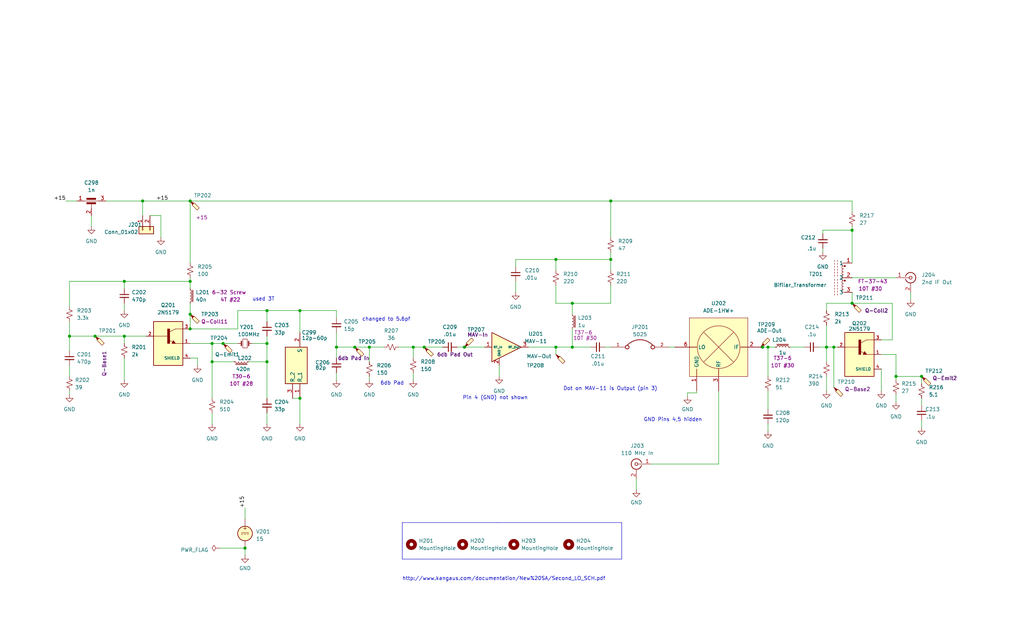
<source format=kicad_sch>
(kicad_sch (version 20230121) (generator eeschema)
  (paper "USLegal")
  (title_block (title "Spectrum Analyzer: Second Mixer and Second Local Oscillator") (date "2023-12-03") (rev "1") (company "Andy McCann KA3KAF and Doug McCann KA3KAG") (comment 1 "U202 changed to ADE-1H") (comment 2 "Rev1: Corrected silk screen error, matched to Kanga, fixed improper ground") (comment 3 "Wes Hayward W7ZOI") (comment 4 "Original Design By:"))
  (lib_symbols
    (symbol "Connector:Conn_Coaxial" (pin_names (offset 1.016) hide)
      (property "Reference" "J" (at 0.254 3.048 0))
      (property "Value" "Conn_Coaxial" (at 2.921 0 90))
      (symbol "Conn_Coaxial_1_1"
        (pin passive line (at -5.08 0 0) (length 2.54) (name "In") (number "1"))
        (pin passive line (at 0 -5.08 90) (length 2.54) (name "Ext") (number "2"))
      )
    )
    (symbol "Connector:TestPoint_Probe" (pin_numbers hide) (pin_names (offset 0.762) hide)
      (property "Reference" "TP" (at 1.651 5.842 0))
      (property "Value" "TestPoint_Probe" (at 1.651 4.064 0))
      (symbol "TestPoint_Probe_1_1"
        (pin passive line (at 0 0 90) (length 0) (name "1") (number "1"))
      )
    )
    (symbol "Connector_Generic:Conn_01x02" (pin_names (offset 1.016) hide)
      (property "Reference" "J" (at 0 2.54 0))
      (property "Value" "Conn_01x02" (at 0 -5.08 0))
      (symbol "Conn_01x02_1_1"
        (pin passive line (at -5.08 0 0) (length 3.81) (name "Pin_1") (number "1"))
        (pin passive line (at -5.08 -2.54 0) (length 3.81) (name "Pin_2") (number "2"))
      )
    )
    (symbol "Device:C_Feedthrough" (pin_names (offset 0.254) hide)
      (property "Reference" "C" (at 0 7.62 0))
      (property "Value" "C_Feedthrough" (at 0 5.715 0))
      (symbol "C_Feedthrough_1_1"
        (pin passive line (at -5.08 2.54 0) (length 2.54) (name "1") (number "1"))
        (pin passive line (at 0 -2.54 90) (length 2.54) (name "2") (number "2"))
        (pin passive line (at 5.08 2.54 180) (length 2.54) (name "3") (number "3"))
      )
    )
    (symbol "Device:C_Small" (pin_numbers hide) (pin_names (offset 0.254) hide)
      (property "Reference" "C" (at 0.254 1.778 0))
      (property "Value" "C_Small" (at 0.254 -2.032 0))
      (symbol "C_Small_1_1"
        (pin passive line (at 0 2.54 270) (length 2.032) (name "~") (number "1"))
        (pin passive line (at 0 -2.54 90) (length 2.032) (name "~") (number "2"))
      )
    )
    (symbol "Device:Crystal_Small" (pin_numbers hide) (pin_names (offset 1.016) hide)
      (property "Reference" "Y" (at 0 2.54 0))
      (property "Value" "Crystal_Small" (at 0 -2.54 0))
      (symbol "Crystal_Small_1_1"
        (pin passive line (at -2.54 0 0) (length 1.27) (name "1") (number "1"))
        (pin passive line (at 2.54 0 180) (length 1.27) (name "2") (number "2"))
      )
    )
    (symbol "Device:L_Iron_Small" (pin_numbers hide) (pin_names (offset 0.254) hide)
      (property "Reference" "L" (at 1.27 1.016 0))
      (property "Value" "L_Iron_Small" (at 1.27 -1.27 0))
      (symbol "L_Iron_Small_1_1"
        (pin passive line (at 0 2.54 270) (length 0.508) (name "~") (number "1"))
        (pin passive line (at 0 -2.54 90) (length 0.508) (name "~") (number "2"))
      )
    )
    (symbol "Device:R_Small_US" (pin_numbers hide) (pin_names (offset 0.254) hide)
      (property "Reference" "R" (at 0.762 0.508 0))
      (property "Value" "R_Small_US" (at 0.762 -1.016 0))
      (symbol "R_Small_US_1_1"
        (pin passive line (at 0 2.54 270) (length 1.016) (name "~") (number "1"))
        (pin passive line (at 0 -2.54 90) (length 1.016) (name "~") (number "2"))
      )
    )
    (symbol "Mechanical:MountingHole" (pin_names (offset 1.016))
      (property "Reference" "H" (at 0 5.08 0))
      (property "Value" "MountingHole" (at 0 3.175 0))
    )
    (symbol "Simulation_SPICE:VDC" (pin_numbers hide) (pin_names (offset 0.0254))
      (property "Reference" "V" (at 2.54 2.54 0))
      (property "Value" "1" (at 2.54 0 0))
      (symbol "VDC_0_0"
        (text "+" (at 0 1.905 0) (effects (font (size 1.27 1.27))))
      )
      (symbol "VDC_1_1"
        (pin passive line (at 0 5.08 270) (length 2.54) (name "~") (number "1"))
        (pin passive line (at 0 -5.08 90) (length 2.54) (name "~") (number "2"))
      )
    )
    (symbol "power:GND" (power) (pin_names (offset 0))
      (property "Value" "GND" (at 0 -3.81 0))
      (symbol "GND_1_1"
        (pin power_in line (at 0 0 270) (length 0) hide (name "GND") (number "1"))
      )
    )
    (symbol "power:PWR_FLAG" (power) (pin_numbers hide) (pin_names (offset 0) hide)
      (property "Value" "PWR_FLAG" (at 0 3.81 0))
      (symbol "PWR_FLAG_0_0"
        (pin power_out line (at 0 0 90) (length 0) (name "pwr") (number "1"))
      )
    )
    (symbol "spectrum_analyzer:2N5179" (pin_names (offset 1.016))
      (property "Reference" "Q" (at -5.08 8.89 0))
      (property "Value" "2N5179" (at -5.08 -10.16 0))
      (symbol "2N5179_0_0"
        (pin passive line (at 7.62 0 180) (length 2.54) (name "~") (number "1"))
        (pin passive line (at -7.62 2.54 0) (length 2.54) (name "~") (number "2"))
        (pin passive line (at 7.62 5.08 180) (length 2.54) (name "~") (number "3"))
        (pin passive line (at 7.62 -5.08 180) (length 2.54) (name "SHIELD") (number "4"))
      )
    )
    (symbol "spectrum_analyzer:5025" (pin_names (offset 1.016))
      (property "Reference" "JP" (at -7.6244 5.0815 0))
      (property "Value" "5025" (at -7.63 -5.0866 0))
      (symbol "5025_0_0"
        (pin passive line (at -10.16 0 0) (length 5.08) (name "~") (number "1"))
        (pin passive line (at 10.16 0 180) (length 5.08) (name "~") (number "2"))
      )
    )
    (symbol "spectrum_analyzer:ADE-1HW+"
      (property "Reference" "U" (at 0 11.43 0))
      (property "Value" "ADE-1HW+" (at -15.24 7.62 0))
      (symbol "ADE-1HW+_1_1"
        (pin power_in line (at -7.62 -15.24 90) (length 7.62) (name "GND") (number "1"))
        (pin passive line (at 15.24 0 180) (length 7.62) (name "IF") (number "2"))
        (pin passive line (at 0 -15.24 90) (length 7.62) (name "RF") (number "3"))
        (pin passive line (at -7.62 -15.24 90) (length 7.62) hide (name "GND") (number "4"))
        (pin passive line (at -7.62 -15.24 90) (length 7.62) hide (name "GND") (number "5"))
        (pin passive line (at -15.24 0 0) (length 7.62) (name "LO") (number "6"))
      )
    )
    (symbol "spectrum_analyzer:BFC280831659"
      (property "Reference" "VR" (at 19.05 7.62 0))
      (property "Value" "BFC280831659" (at 19.05 5.08 0))
      (symbol "BFC280831659_1_1"
        (pin passive line (at 22.86 0 180) (length 5.08) (name "R_1") (number "1"))
        (pin passive line (at 0 0 0) (length 5.08) (name "S") (number "2"))
        (pin passive line (at 22.86 -2.54 180) (length 5.08) (name "R_2") (number "3"))
      )
    )
    (symbol "spectrum_analyzer:Bifilar_Transformer"
      (property "Reference" "T" (at 0 -0.762 0))
      (property "Value" "Bifilar_Transformer" (at 0.508 -2.54 0))
      (symbol "Bifilar_Transformer_1_1"
        (pin passive line (at -5.08 6.35 270) (length 2.54) (name "1") (number "1"))
        (pin passive line (at 0 6.35 270) (length 2.54) (name "2") (number "2"))
        (pin passive line (at 5.08 6.35 270) (length 2.54) (name "3") (number "3"))
      )
    )
    (symbol "spectrum_analyzer:MAV-11" (pin_names (offset 0.5))
      (property "Reference" "U" (at -2.54 7.62 0))
      (property "Value" "MAV-11" (at 5.08 7.62 0))
      (symbol "MAV-11_1_1"
        (pin passive line (at -5.08 0 0) (length 2.54) (name "RF_In") (number "1"))
        (pin power_in line (at 0 -6.35 90) (length 2.54) (name "GND") (number "2"))
        (pin passive line (at 10.16 0 180) (length 2.54) (name "RF_Out") (number "3"))
        (pin passive line (at 0 -6.35 90) (length 2.54) hide (name "GND") (number "4"))
      )
    )
  )
  (junction (at 85.09 190.5))
  (junction (at 24.13 116.84))
  (junction (at 43.18 116.84))
  (junction (at 198.755 105.41))
  (junction (at 49.53 69.85))
  (junction (at 123.19 120.65))
  (junction (at 92.71 125.73))
  (junction (at 295.91 105.41))
  (junction (at 193.04 120.65))
  (junction (at 287.02 120.65))
  (junction (at 66.04 114.3))
  (junction (at 212.09 90.17))
  (junction (at 289.56 120.65))
  (junction (at 92.71 107.95))
  (junction (at 161.29 120.65))
  (junction (at 212.09 69.85))
  (junction (at 73.66 119.38))
  (junction (at 104.14 107.95))
  (junction (at 66.04 69.85))
  (junction (at 33.02 116.84))
  (junction (at 77.47 119.38))
  (junction (at 92.71 119.38))
  (junction (at 116.84 120.65))
  (junction (at 295.91 80.01))
  (junction (at 66.04 97.79))
  (junction (at 143.51 120.65))
  (junction (at 266.7 120.65))
  (junction (at 43.18 97.79))
  (junction (at 73.66 125.73))
  (junction (at 104.14 138.43))
  (junction (at 147.32 120.65))
  (junction (at 66.04 109.22))
  (junction (at 320.04 130.81))
  (junction (at 311.15 130.81))
  (junction (at 128.27 120.65))
  (junction (at 193.04 90.17))
  (junction (at 264.795 120.65))
  (junction (at 198.755 120.65))
  (wire (pts (xy 143.51 120.65) (xy 138.43 120.65)))
  (wire (pts (xy 249.555 135.89) (xy 249.555 161.29)))
  (wire (pts (xy 24.13 106.68) (xy 24.13 97.79)))
  (wire (pts (xy 295.91 69.85) (xy 295.91 73.66)))
  (wire (pts (xy 232.41 120.65) (xy 234.315 120.65)))
  (wire (pts (xy 24.13 121.92) (xy 24.13 116.84)))
  (wire (pts (xy 66.04 69.85) (xy 212.09 69.85)))
  (wire (pts (xy 183.515 120.65) (xy 193.04 120.65)))
  (wire (pts (xy 92.71 119.38) (xy 92.71 116.84)))
  (wire (pts (xy 92.71 111.76) (xy 92.71 107.95)))
  (wire (pts (xy 285.75 87.63) (xy 285.75 86.36)))
  (wire (pts (xy 198.755 105.41) (xy 212.09 105.41)))
  (wire (pts (xy 128.27 120.65) (xy 123.19 120.65)))
  (wire (pts (xy 287.02 105.41) (xy 295.91 105.41)))
  (wire (pts (xy 85.09 176.53) (xy 85.09 180.34)))
  (wire (pts (xy 73.66 138.43) (xy 73.66 125.73)))
  (wire (pts (xy 212.09 90.17) (xy 212.09 87.63)))
  (wire (pts (xy 116.84 115.57) (xy 116.84 120.65)))
  (wire (pts (xy 295.91 80.01) (xy 295.91 91.44)))
  (wire (pts (xy 43.18 119.38) (xy 43.18 116.84)))
  (wire (pts (xy 311.15 137.16) (xy 311.15 139.7)))
  (wire (pts (xy 179.07 90.17) (xy 193.04 90.17)))
  (wire (pts (xy 249.555 161.29) (xy 226.06 161.29)))
  (wire (pts (xy 52.07 74.93) (xy 55.88 74.93)))
  (wire (pts (xy 287.02 107.95) (xy 287.02 105.41)))
  (wire (pts (xy 116.84 107.95) (xy 116.84 110.49)))
  (polyline (pts (xy 139.7 181.61) (xy 139.7 194.31)))
  (wire (pts (xy 311.15 130.81) (xy 311.15 132.08)))
  (wire (pts (xy 241.935 136.525) (xy 238.76 136.525)))
  (wire (pts (xy 193.04 120.65) (xy 198.755 120.65)))
  (wire (pts (xy 66.04 100.33) (xy 66.04 97.79)))
  (wire (pts (xy 82.55 119.38) (xy 77.47 119.38)))
  (polyline (pts (xy 172.72 181.61) (xy 215.9 181.61)))
  (wire (pts (xy 82.55 114.3) (xy 82.55 107.95)))
  (wire (pts (xy 220.98 166.37) (xy 220.98 170.18)))
  (wire (pts (xy 82.55 107.95) (xy 92.71 107.95)))
  (wire (pts (xy 55.88 74.93) (xy 55.88 82.55)))
  (wire (pts (xy 289.56 120.65) (xy 290.83 120.65)))
  (wire (pts (xy 66.04 114.3) (xy 82.55 114.3)))
  (wire (pts (xy 76.2 190.5) (xy 85.09 190.5)))
  (wire (pts (xy 264.795 120.65) (xy 264.16 120.65)))
  (wire (pts (xy 85.09 190.5) (xy 85.09 193.04)))
  (wire (pts (xy 295.91 78.74) (xy 295.91 80.01)))
  (wire (pts (xy 77.47 119.38) (xy 73.66 119.38)))
  (wire (pts (xy 193.04 90.17) (xy 212.09 90.17)))
  (wire (pts (xy 104.14 107.95) (xy 116.84 107.95)))
  (wire (pts (xy 320.04 133.35) (xy 320.04 130.81)))
  (wire (pts (xy 289.56 120.65) (xy 289.56 134.62)))
  (wire (pts (xy 73.66 147.32) (xy 73.66 143.51)))
  (wire (pts (xy 266.7 120.65) (xy 269.24 120.65)))
  (wire (pts (xy 49.53 69.85) (xy 66.04 69.85)))
  (wire (pts (xy 24.13 116.84) (xy 24.13 111.76)))
  (wire (pts (xy 168.275 120.65) (xy 161.29 120.65)))
  (wire (pts (xy 153.67 120.65) (xy 147.32 120.65)))
  (wire (pts (xy 287.02 120.65) (xy 289.56 120.65)))
  (wire (pts (xy 198.755 114.3) (xy 198.755 120.65)))
  (wire (pts (xy 128.27 125.73) (xy 128.27 120.65)))
  (wire (pts (xy 87.63 119.38) (xy 92.71 119.38)))
  (wire (pts (xy 36.83 69.85) (xy 49.53 69.85)))
  (wire (pts (xy 66.04 96.52) (xy 66.04 97.79)))
  (wire (pts (xy 133.35 120.65) (xy 128.27 120.65)))
  (wire (pts (xy 92.71 125.73) (xy 92.71 119.38)))
  (wire (pts (xy 285.75 80.01) (xy 295.91 80.01)))
  (wire (pts (xy 309.88 105.41) (xy 309.88 118.11)))
  (polyline (pts (xy 215.9 181.61) (xy 215.9 194.31)))
  (wire (pts (xy 320.04 130.81) (xy 311.15 130.81)))
  (wire (pts (xy 66.04 109.22) (xy 66.04 114.3)))
  (polyline (pts (xy 215.9 194.31) (xy 139.7 194.31)))
  (wire (pts (xy 193.04 99.06) (xy 193.04 105.41)))
  (wire (pts (xy 68.58 124.46) (xy 68.58 127)))
  (wire (pts (xy 320.04 138.43) (xy 320.04 140.97)))
  (wire (pts (xy 179.07 101.6) (xy 179.07 97.79)))
  (wire (pts (xy 287.02 113.03) (xy 287.02 120.65)))
  (wire (pts (xy 193.04 120.65) (xy 193.04 123.19)))
  (wire (pts (xy 212.09 69.85) (xy 295.91 69.85)))
  (wire (pts (xy 198.755 120.65) (xy 205.105 120.65)))
  (wire (pts (xy 241.935 135.89) (xy 241.935 136.525)))
  (wire (pts (xy 173.355 127) (xy 173.355 130.81)))
  (wire (pts (xy 101.6 138.43) (xy 104.14 138.43)))
  (wire (pts (xy 49.53 74.93) (xy 49.53 69.85)))
  (wire (pts (xy 43.18 97.79) (xy 66.04 97.79)))
  (polyline (pts (xy 172.72 181.61) (xy 139.7 181.61)))
  (wire (pts (xy 104.14 115.57) (xy 104.14 107.95)))
  (wire (pts (xy 212.09 93.98) (xy 212.09 90.17)))
  (wire (pts (xy 43.18 100.33) (xy 43.18 97.79)))
  (wire (pts (xy 311.15 123.19) (xy 311.15 130.81)))
  (wire (pts (xy 285.75 81.28) (xy 285.75 80.01)))
  (wire (pts (xy 193.04 90.17) (xy 193.04 93.98)))
  (wire (pts (xy 266.7 142.24) (xy 266.7 135.89)))
  (wire (pts (xy 287.02 120.65) (xy 287.02 125.73)))
  (wire (pts (xy 158.75 120.65) (xy 161.29 120.65)))
  (wire (pts (xy 193.04 105.41) (xy 198.755 105.41)))
  (wire (pts (xy 320.04 146.05) (xy 320.04 148.59)))
  (wire (pts (xy 316.23 104.14) (xy 316.23 101.6)))
  (wire (pts (xy 284.48 120.65) (xy 287.02 120.65)))
  (wire (pts (xy 92.71 107.95) (xy 104.14 107.95)))
  (wire (pts (xy 43.18 116.84) (xy 33.02 116.84)))
  (wire (pts (xy 33.02 116.84) (xy 24.13 116.84)))
  (wire (pts (xy 116.84 132.08) (xy 116.84 129.54)))
  (wire (pts (xy 66.04 105.41) (xy 66.04 109.22)))
  (wire (pts (xy 266.7 130.81) (xy 266.7 120.65)))
  (wire (pts (xy 66.04 91.44) (xy 66.04 69.85)))
  (wire (pts (xy 43.18 107.95) (xy 43.18 105.41)))
  (wire (pts (xy 210.185 120.65) (xy 212.09 120.65)))
  (wire (pts (xy 147.32 120.65) (xy 143.51 120.65)))
  (wire (pts (xy 287.02 130.81) (xy 287.02 135.89)))
  (wire (pts (xy 116.84 120.65) (xy 116.84 124.46)))
  (wire (pts (xy 212.09 99.06) (xy 212.09 105.41)))
  (wire (pts (xy 73.66 119.38) (xy 66.04 119.38)))
  (wire (pts (xy 50.8 116.84) (xy 43.18 116.84)))
  (wire (pts (xy 24.13 137.16) (xy 24.13 135.89)))
  (wire (pts (xy 143.51 124.46) (xy 143.51 120.65)))
  (wire (pts (xy 238.76 136.525) (xy 238.76 137.795)))
  (wire (pts (xy 92.71 147.32) (xy 92.71 143.51)))
  (wire (pts (xy 279.4 120.65) (xy 274.32 120.65)))
  (wire (pts (xy 295.91 105.41) (xy 295.91 101.6)))
  (wire (pts (xy 143.51 129.54) (xy 143.51 132.08)))
  (wire (pts (xy 24.13 130.81) (xy 24.13 127)))
  (wire (pts (xy 66.04 124.46) (xy 68.58 124.46)))
  (wire (pts (xy 306.07 128.27) (xy 306.07 135.89)))
  (wire (pts (xy 22.86 69.85) (xy 26.67 69.85)))
  (wire (pts (xy 179.07 92.71) (xy 179.07 90.17)))
  (wire (pts (xy 295.91 96.52) (xy 311.15 96.52)))
  (wire (pts (xy 104.14 138.43) (xy 104.14 147.32)))
  (wire (pts (xy 128.27 130.81) (xy 128.27 132.08)))
  (wire (pts (xy 92.71 138.43) (xy 92.71 125.73)))
  (wire (pts (xy 306.07 123.19) (xy 311.15 123.19)))
  (wire (pts (xy 81.28 125.73) (xy 73.66 125.73)))
  (wire (pts (xy 86.36 125.73) (xy 92.71 125.73)))
  (wire (pts (xy 31.75 74.93) (xy 31.75 78.74)))
  (wire (pts (xy 43.18 124.46) (xy 43.18 132.08)))
  (wire (pts (xy 212.09 82.55) (xy 212.09 69.85)))
  (wire (pts (xy 123.19 120.65) (xy 116.84 120.65)))
  (wire (pts (xy 73.66 125.73) (xy 73.66 119.38)))
  (wire (pts (xy 295.91 105.41) (xy 309.88 105.41)))
  (wire (pts (xy 309.88 118.11) (xy 306.07 118.11)))
  (wire (pts (xy 198.755 105.41) (xy 198.755 109.22)))
  (wire (pts (xy 266.7 147.32) (xy 266.7 149.86)))
  (wire (pts (xy 24.13 97.79) (xy 43.18 97.79)))
  (wire (pts (xy 264.795 120.65) (xy 266.7 120.65)))
  (text "used 3T" (at 87.63 104.775 0) (effects (font (size 1.27 1.27)) (justify left bottom)))
  (text "http://www.kangaus.com/documentation/New%20SA/Second_LO_SCH.pdf" (at 139.7 201.93 0) (effects (font (size 1.27 1.27)) (justify left bottom)))
  (text "GND Pins 4,5 hidden" (at 223.52 146.685 0) (effects (font (size 1.27 1.27)) (justify left bottom)))
  (text "Dot on MAV-11 is Output (pin 3)" (at 195.58 135.89 0) (effects (font (size 1.27 1.27)) (justify left bottom)))
  (text "6db Pad" (at 132.08 133.985 0) (effects (font (size 1.27 1.27)) (justify left bottom)))
  (text "Pin 4 (GND) not shown" (at 160.655 139.065 0) (effects (font (size 1.27 1.27)) (justify left bottom)))
  (text "changed to 5.6pf" (at 125.73 111.76 0) (effects (font (size 1.27 1.27)) (justify left bottom)))
  (label "+15" (at 85.09 176.53 90))
  (label "+15" (at 58.42 69.85 180))
  (label "+15" (at 22.86 69.85 180))
  (symbol (lib_id "Device:R_Small_US") (at 193.04 96.52 0) (unit 1)
    (property "Reference" "R210" (at 195.58 95.25 0) (effects (justify left)))
    (property "Value" "220" (at 195.58 97.79 0) (effects (justify left)))
    (property "Footprint" "Resistor_THT:R_Axial_DIN0207_L6.3mm_D2.5mm_P7.62mm_Horizontal" (effects hide))
    (property "Datasheet" "https://www.yageo.com/upload/media/product/productsearch/datasheet/lr/YAGEO%20CFR_datasheet_2021v0.pdf" (effects hide))
    (property "Digikey-Part-Number" "	220QBK-ND" (effects hide))
  )
  (symbol (lib_id "power:GND") (at 73.66 147.32 0) (unit 1)
    (property "Reference" "#PWR0208" (effects hide))
    (property "Value" "GND" (at 73.66 152.4 0))
  )
  (symbol (lib_id "spectrum_analyzer:5025") (at 222.25 120.65 0) (unit 1)
    (property "Reference" "JP201" (at 222.25 113.665 0))
    (property "Value" "5025" (at 222.25 116.205 0))
    (property "Footprint" "spectrum_analyzer:KEYSTONE_5025" (effects hide))
    (property "Datasheet" "https://www.keyelco.com/userAssets/file/M65p54.pdf" (effects hide))
    (property "SnapEDA_Link" "https://www.snapeda.com/parts/5025/Keystone+Electronics/view-part/?ref=snap" (effects hide))
    (property "MAXIMUM_PACKAGE_HEIGHT" "5.08 mm" (effects hide))
    (property "Package" "None" (effects hide))
    (property "Check_prices" "https://www.snapeda.com/parts/5025/Keystone+Electronics/view-part/?ref=eda" (effects hide))
    (property "STANDARD" "Manufacturer Recommendations" (effects hide))
    (property "PARTREV" "C" (effects hide))
    (property "MF" "Keystone Electronics" (effects hide))
    (property "MP" "5025" (effects hide))
    (property "Description" "\n.100 Spacing Test Point Jumper\n" (effects hide))
    (property "MANUFACTURER" "Keystone Electronics" (effects hide))
    (property "SNAPEDA_PN" "5025" (effects hide))
    (property "Digikey-Part-Number" "36-5025-ND" (effects hide))
  )
  (symbol (lib_id "power:GND") (at 43.18 107.95 0) (unit 1)
    (property "Reference" "#PWR0204" (effects hide))
    (property "Value" "GND" (at 43.18 113.03 0))
  )
  (symbol (lib_id "power:GND") (at 316.23 104.14 0) (unit 1)
    (property "Reference" "#PWR0225" (effects hide))
    (property "Value" "GND" (at 316.23 109.22 0))
  )
  (symbol (lib_id "power:GND") (at 173.355 130.81 0) (unit 1)
    (property "Reference" "#PWR0217" (effects hide))
    (property "Value" "GND" (at 173.355 135.89 0))
  )
  (symbol (lib_id "spectrum_analyzer:ADE-1HW+") (at 249.555 120.65 0) (unit 1)
    (property "Reference" "U202" (at 249.555 105.41 0))
    (property "Value" "ADE-1HW+" (at 249.555 107.95 0))
    (property "Footprint" "spectrum_analyzer:Mini-Circuits_CD636_H4.11mm" (effects hide))
    (property "Datasheet" "https://www.minicircuits.com/pdfs/ADE-1H+.pdf" (effects hide))
    (property "Digikey-Part-Number" "3157-ADE-1H+TR-ND" (effects hide))
  )
  (symbol (lib_id "Device:C_Small") (at 156.21 120.65 90) (unit 1)
    (property "Reference" "C209" (at 156.2163 113.665 90))
    (property "Value" ".01u" (at 156.2163 116.205 90))
    (property "Footprint" "Capacitor_THT:C_Disc_D5.0mm_W2.5mm_P5.00mm" (effects hide))
    (property "Datasheet" "https://connect.kemet.com:7667/gateway/IntelliData-ComponentDocumentation/1.0/download/datasheet/C315C103K5R5TA" (effects hide))
    (property "Digikey-Part-Number" "399-4148-ND" (effects hide))
  )
  (symbol (lib_id "Connector:TestPoint_Probe") (at 161.29 120.65 270) (mirror x) (unit 1)
    (property "Reference" "TP207" (at 162.306 114.554 90) (effects (justify left)))
    (property "Value" "MAV-In" (at 162.306 116.332 90) (effects (justify left)))
    (property "Footprint" "TestPoint:TestPoint_Pad_1.0x1.0mm" (effects hide))
    (property "Sim.Enable" "0" (effects hide))
    (property "Sim.Device" "SPICE" (effects hide))
    (property "Sim.Params" "MAV-In" (at 162.306 116.332 90) (effects (justify left)))
    (property "Sim.Pins" "1=1" (effects hide))
    (property "Digikey-Part-Number" "N/A" (effects hide))
  )
  (symbol (lib_id "Connector:TestPoint_Probe") (at 264.16 120.65 270) (mirror x) (unit 1)
    (property "Reference" "TP209" (at 263.144 112.776 90) (effects (justify left)))
    (property "Value" "ADE-Out" (at 262.89 114.935 90) (effects (justify left)))
    (property "Footprint" "TestPoint:TestPoint_Pad_1.0x1.0mm" (effects hide))
    (property "Sim.Enable" "0" (effects hide))
    (property "Sim.Device" "SPICE" (effects hide))
    (property "Sim.Params" "TUF-Out" (effects hide))
    (property "Sim.Pins" "1=1" (effects hide))
    (property "Digikey-Part-Number" "N/A" (effects hide))
  )
  (symbol (lib_id "Device:R_Small_US") (at 311.15 134.62 0) (unit 1)
    (property "Reference" "R215" (at 313.055 133.3499 0) (effects (justify left)))
    (property "Value" "27" (at 313.055 135.8899 0) (effects (justify left)))
    (property "Footprint" "Resistor_THT:R_Axial_DIN0207_L6.3mm_D2.5mm_P7.62mm_Horizontal" (effects hide))
    (property "Datasheet" "https://www.yageo.com/upload/media/product/productsearch/datasheet/lr/YAGEO%20CFR_datasheet_2021v0.pdf" (effects hide))
    (property "Digikey-Part-Number" "27QBK-ND" (effects hide))
  )
  (symbol (lib_id "power:GND") (at 85.09 193.04 0) (unit 1)
    (property "Reference" "#PWR0209" (effects hide))
    (property "Value" "GND" (at 85.09 197.485 0))
  )
  (symbol (lib_id "power:GND") (at 306.07 135.89 0) (unit 1)
    (property "Reference" "#PWR0223" (effects hide))
    (property "Value" "GND" (at 306.07 140.97 0))
  )
  (symbol (lib_id "spectrum_analyzer:MAV-11") (at 173.355 120.65 0) (unit 1)
    (property "Reference" "U201" (at 186.055 116.0333 0))
    (property "Value" "MAV-11" (at 186.055 118.5733 0))
    (property "Footprint" "spectrum_analyzer:MAV-11BSM&plus_" (effects hide))
    (property "Datasheet" "https://www.minicircuits.com/pdfs/MAV-11BSM+.pdf" (effects hide))
    (property "Digikey-Part-Number" "3157-MAV-11BSM+TR-ND" (effects hide))
  )
  (symbol (lib_id "Device:C_Small") (at 116.84 113.03 0) (unit 1)
    (property "Reference" "C205" (at 119.38 111.7663 0) (effects (justify left)))
    (property "Value" "15p" (at 119.38 114.3063 0) (effects (justify left)))
    (property "Footprint" "Capacitor_THT:C_Disc_D5.0mm_W2.5mm_P5.00mm" (effects hide))
    (property "Datasheet" "https://content.kemet.com/datasheets/KEM_C1049_GOLDMAX_C0G.pdf" (effects hide))
    (property "Digikey-Part-Number" "399-8913-ND" (effects hide))
  )
  (symbol (lib_id "Connector:TestPoint_Probe") (at 123.19 120.65 0) (mirror x) (unit 1)
    (property "Reference" "TP205" (at 124.46 118.745 0) (effects (justify left)))
    (property "Value" "6db Pad In" (at 117.348 124.46 0) (effects (justify left)))
    (property "Footprint" "TestPoint:TestPoint_Pad_1.0x1.0mm" (effects hide))
    (property "Sim.Enable" "0" (effects hide))
    (property "Sim.Device" "SPICE" (effects hide))
    (property "Sim.Params" "6db Pad In" (at 117.348 124.46 0) (effects (justify left)))
    (property "Sim.Pins" "1=1" (effects hide))
    (property "Digikey-Part-Number" "N/A" (effects hide))
  )
  (symbol (lib_id "Connector:TestPoint_Probe") (at 289.56 134.62 0) (mirror x) (unit 1)
    (property "Reference" "TP210" (at 290.83 132.715 0) (effects (justify left)))
    (property "Value" "Q-Base2" (at 293.37 135.255 0) (effects (justify left)))
    (property "Footprint" "TestPoint:TestPoint_Pad_1.0x1.0mm" (effects hide))
    (property "Sim.Enable" "0" (effects hide))
    (property "Sim.Device" "SPICE" (effects hide))
    (property "Sim.Params" "Q-Base2" (at 293.37 135.255 0) (effects (justify left)))
    (property "Sim.Pins" "1=1" (effects hide))
    (property "Digikey-Part-Number" "N/A" (effects hide))
  )
  (symbol (lib_id "Connector:TestPoint_Probe") (at 147.32 120.65 0) (mirror x) (unit 1)
    (property "Reference" "TP206" (at 148.59 118.745 0) (effects (justify left)))
    (property "Value" "6db Pad Out" (at 151.765 123.19 0) (effects (justify left)))
    (property "Footprint" "TestPoint:TestPoint_Pad_1.0x1.0mm" (effects hide))
    (property "Sim.Enable" "0" (effects hide))
    (property "Sim.Device" "SPICE" (effects hide))
    (property "Sim.Params" "6db Pad Out" (at 151.765 123.19 0) (effects (justify left)))
    (property "Sim.Pins" "1=1" (effects hide))
    (property "Digikey-Part-Number" "N/A" (effects hide))
  )
  (symbol (lib_id "Mechanical:MountingHole") (at 178.435 189.23 0) (unit 1)
    (property "Reference" "H203" (at 180.975 187.9599 0) (effects (justify left)))
    (property "Value" "MountingHole" (at 180.975 190.4999 0) (effects (justify left)))
    (property "Footprint" "MountingHole:MountingHole_3.2mm_M3" (effects hide))
    (property "Digikey-Part-Number" "N/A" (effects hide))
  )
  (symbol (lib_id "power:GND") (at 24.13 137.16 0) (unit 1)
    (property "Reference" "#PWR0201" (effects hide))
    (property "Value" "GND" (at 24.13 142.24 0))
  )
  (symbol (lib_id "power:GND") (at 104.14 147.32 0) (unit 1)
    (property "Reference" "#PWR0211" (effects hide))
    (property "Value" "GND" (at 104.14 152.4 0))
  )
  (symbol (lib_id "Device:L_Iron_Small") (at 271.78 120.65 90) (unit 1)
    (property "Reference" "L204" (at 273.05 118.11 90) (effects (justify left)))
    (property "Value" "1u" (at 273.05 122.555 90) (effects (justify left)))
    (property "Footprint" "Inductor_THT:L_Toroid_Vertical_L13.0mm_W6.5mm_P5.60mm" (effects hide))
    (property "Toroid" "T37-6" (at 271.78 124.46 90))
    (property "Turns" "10T #30" (at 271.78 127 90))
  )
  (symbol (lib_id "Device:Crystal_Small") (at 85.09 119.38 0) (unit 1)
    (property "Reference" "Y201" (at 85.725 113.665 0))
    (property "Value" "100MHz" (at 86.36 116.205 0))
    (property "Footprint" "Crystal:Crystal_HC49-U_Vertical" (effects hide))
    (property "Datasheet" "https://www.digikey.com/en/products/detail/quantic-croven/CC6008/21283712" (effects hide))
    (property "Sim.Name" "vdivide" (effects hide))
    (property "Sim.Library" "2ndmixer-2ndlo-spice\\xtal.lib" (effects hide))
    (property "Sim.Device" "SUBCKT" (effects hide))
    (property "Sim.Pins" "1=1 2=2" (effects hide))
    (property "Digikey-Part-Number" "4952-CC6008-ND" (effects hide))
  )
  (symbol (lib_id "Simulation_SPICE:VDC") (at 85.09 185.42 0) (unit 1) (on_board no)
    (property "Reference" "V201" (at 88.9 184.7492 0) (effects (justify left)))
    (property "Value" "15" (at 88.9 187.2892 0) (effects (justify left)))
    (property "Sim.Pins" "1=+ 2=-" (effects hide))
    (property "Sim.Type" "DC" (effects hide))
    (property "Sim.Device" "V" (effects hide))
    (property "Digikey-Part-Number" "N/A" (effects hide))
  )
  (symbol (lib_id "Connector:TestPoint_Probe") (at 66.04 109.22 0) (mirror x) (unit 1)
    (property "Reference" "TP203" (at 69.85 109.22 0) (effects (justify left)))
    (property "Value" "Q-Coll1" (effects hide))
    (property "Footprint" "TestPoint:TestPoint_Pad_1.0x1.0mm" (effects hide))
    (property "Sim.Enable" "0" (effects hide))
    (property "Sim.Device" "SPICE" (effects hide))
    (property "Sim.Params" "Q-Coll11" (at 69.85 111.76 0) (effects (justify left)))
    (property "Sim.Pins" "1=1" (effects hide))
    (property "Digikey-Part-Number" "N/A" (effects hide))
  )
  (symbol (lib_id "power:GND") (at 266.7 149.86 0) (unit 1)
    (property "Reference" "#PWR0220" (effects hide))
    (property "Value" "GND" (at 266.7 154.94 0))
  )
  (symbol (lib_id "power:GND") (at 55.88 82.55 0) (unit 1)
    (property "Reference" "#PWR0206" (effects hide))
    (property "Value" "GND" (at 55.88 87.63 0))
  )
  (symbol (lib_id "Device:R_Small_US") (at 266.7 133.35 0) (unit 1)
    (property "Reference" "R212" (at 269.24 132.0799 0) (effects (justify left)))
    (property "Value" "51" (at 269.24 134.6199 0) (effects (justify left)))
    (property "Footprint" "Resistor_THT:R_Axial_DIN0207_L6.3mm_D2.5mm_P7.62mm_Horizontal" (effects hide))
    (property "Datasheet" "https://www.yageo.com/upload/media/product/productsearch/datasheet/lr/YAGEO%20CFR_datasheet_2021v0.pdf" (effects hide))
    (property "Digikey-Part-Number" "	51QBK-ND" (effects hide))
  )
  (symbol (lib_id "Device:R_Small_US") (at 212.09 96.52 0) (unit 1)
    (property "Reference" "R211" (at 213.995 95.2499 0) (effects (justify left)))
    (property "Value" "220" (at 213.995 97.7899 0) (effects (justify left)))
    (property "Footprint" "Resistor_THT:R_Axial_DIN0207_L6.3mm_D2.5mm_P7.62mm_Horizontal" (effects hide))
    (property "Datasheet" "https://www.yageo.com/upload/media/product/productsearch/datasheet/lr/YAGEO%20CFR_datasheet_2021v0.pdf" (effects hide))
    (property "Digikey-Part-Number" "	220QBK-ND" (effects hide))
  )
  (symbol (lib_id "spectrum_analyzer:2N5179") (at 58.42 119.38 0) (unit 1)
    (property "Reference" "Q201" (at 58.42 106.045 0))
    (property "Value" "2N5179" (at 58.42 108.585 0))
    (property "Footprint" "spectrum_analyzer:TO127P584H533-4N" (effects hide))
    (property "Datasheet" "https://my.centralsemi.com/datasheets/2N5179.PDF" (effects hide))
    (property "MAXIMUM_PACKAGE_HEIGHT" "5.33 mm" (effects hide))
    (property "MANUFACTURER" "Microchip/Microsemi/Advanced Power Technology" (effects hide))
    (property "STANDARD" "IPC 7351B" (effects hide))
    (property "PARTREV" "N/A" (effects hide))
    (property "Sim.Library" "2ndmixer-2ndlo-spice\\2N5179.LIB" (effects hide))
    (property "Sim.Name" "2N5179" (effects hide))
    (property "Sim.Pins" "1=C 1=C 2=B 2=B 3=E 3=E" (effects hide))
    (property "Digikey-Part-Number" "1514-2N5179PBFREE-ND" (effects hide))
  )
  (symbol (lib_id "Device:R_Small_US") (at 43.18 121.92 0) (unit 1)
    (property "Reference" "R201" (at 45.72 120.65 0) (effects (justify left)))
    (property "Value" "2k" (at 45.72 123.19 0) (effects (justify left)))
    (property "Footprint" "Resistor_THT:R_Axial_DIN0207_L6.3mm_D2.5mm_P7.62mm_Horizontal" (effects hide))
    (property "Datasheet" "https://www.yageo.com/upload/media/product/productsearch/datasheet/lr/YAGEO%20CFR_datasheet_2021v0.pdf" (effects hide))
    (property "Digikey-Part-Number" "13-CFR-25JT-52-2KCT-ND" (effects hide))
  )
  (symbol (lib_id "Device:C_Small") (at 266.7 144.78 0) (unit 1)
    (property "Reference" "C208" (at 269.24 143.5162 0) (effects (justify left)))
    (property "Value" "120p" (at 269.24 146.0562 0) (effects (justify left)))
    (property "Footprint" "Capacitor_THT:C_Disc_D5.0mm_W2.5mm_P5.00mm" (effects hide))
    (property "Datasheet" "https://connect.kemet.com:7667/gateway/IntelliData-ComponentDocumentation/1.0/download/datasheet/C322C121K5G5TA" (effects hide))
    (property "Digikey-Part-Number" "	399-C322C121K5G5TA-ND" (effects hide))
  )
  (symbol (lib_id "Device:C_Small") (at 207.645 120.65 90) (unit 1)
    (property "Reference" "C211" (at 207.645 123.825 90))
    (property "Value" ".01u" (at 207.645 126.365 90))
    (property "Footprint" "Capacitor_THT:C_Disc_D5.0mm_W2.5mm_P5.00mm" (effects hide))
    (property "Datasheet" "https://connect.kemet.com:7667/gateway/IntelliData-ComponentDocumentation/1.0/download/datasheet/C315C103K5R5TA" (effects hide))
    (property "Digikey-Part-Number" "399-4148-ND" (effects hide))
  )
  (symbol (lib_id "Device:C_Small") (at 281.94 120.65 90) (unit 1)
    (property "Reference" "C214" (at 281.9463 113.665 90))
    (property "Value" ".1u" (at 281.9464 116.205 90))
    (property "Footprint" "Capacitor_THT:C_Disc_D5.0mm_W2.5mm_P5.00mm" (effects hide))
    (property "Datasheet" "https://connect.kemet.com:7667/gateway/IntelliData-ComponentDocumentation/1.0/download/datasheet/C315C104M5U5TA7301" (effects hide))
    (property "Digikey-Part-Number" "399-14010-1-ND" (effects hide))
  )
  (symbol (lib_id "Device:R_Small_US") (at 212.09 85.09 0) (unit 1)
    (property "Reference" "R209" (at 214.63 83.82 0) (effects (justify left)))
    (property "Value" "47" (at 214.63 86.36 0) (effects (justify left)))
    (property "Footprint" "Resistor_THT:R_Axial_DIN0207_L6.3mm_D2.5mm_P7.62mm_Horizontal" (effects hide))
    (property "Datasheet" "https://www.yageo.com/upload/media/product/productsearch/datasheet/lr/YAGEO%20CFR_datasheet_2021v0.pdf" (effects hide))
    (property "Digikey-Part-Number" "47QBK-ND" (effects hide))
  )
  (symbol (lib_id "Device:C_Small") (at 116.84 127 0) (unit 1)
    (property "Reference" "C206" (at 109.474 125.984 0) (effects (justify left)))
    (property "Value" "82p" (at 109.474 127.762 0) (effects (justify left)))
    (property "Footprint" "Capacitor_THT:C_Disc_D5.0mm_W2.5mm_P5.00mm" (effects hide))
    (property "Datasheet" "https://connect.kemet.com:7667/gateway/IntelliData-ComponentDocumentation/1.0/download/datasheet/C315C820J2G5TA" (effects hide))
    (property "Digikey-Part-Number" "399-13944-ND" (effects hide))
  )
  (symbol (lib_id "spectrum_analyzer:Bifilar_Transformer") (at 289.56 96.52 270) (unit 1)
    (property "Reference" "T201" (at 285.75 95.25 90) (effects (justify right)))
    (property "Value" "Bifilar_Transformer" (at 287.02 99.06 90) (effects (justify right)))
    (property "Footprint" "Transformer_THT:Autotransformer_Toroid_1Tap_Horizontal_D10.5mm_Amidon-T37" (effects hide))
    (property "Toroid" "FT-37-43 " (at 303.53 97.79 90))
    (property "Turns" "10T #30" (at 302.26 100.33 90))
    (property "Digikey-Part-Number" "N/A" (effects hide))
  )
  (symbol (lib_id "Device:L_Iron_Small") (at 198.755 111.76 0) (unit 1)
    (property "Reference" "L203" (at 200.66 110.4899 0) (effects (justify left)))
    (property "Value" "1u" (at 200.66 113.0299 0) (effects (justify left)))
    (property "Footprint" "Inductor_THT:L_Toroid_Vertical_L13.0mm_W6.5mm_P5.60mm" (effects hide))
    (property "Toroid" "T37-6" (at 202.565 115.57 0))
    (property "Turns" "10T #30" (at 203.2 117.475 0))
  )
  (symbol (lib_id "Connector:TestPoint_Probe") (at 295.91 105.41 0) (mirror x) (unit 1)
    (property "Reference" "TP211" (at 297.18 103.505 0) (effects (justify left)))
    (property "Value" "Q-Coll2" (at 300.355 107.95 0) (effects (justify left)))
    (property "Footprint" "TestPoint:TestPoint_Pad_1.0x1.0mm" (effects hide))
    (property "Sim.Enable" "0" (effects hide))
    (property "Sim.Device" "SPICE" (effects hide))
    (property "Sim.Params" "Q-Coll2" (at 300.355 107.95 0) (effects (justify left)))
    (property "Sim.Pins" "1=1" (effects hide))
    (property "Digikey-Part-Number" "N/A" (effects hide))
  )
  (symbol (lib_id "power:GND") (at 285.75 87.63 0) (unit 1)
    (property "Reference" "#PWR0221" (effects hide))
    (property "Value" "GND" (at 285.75 92.71 0))
  )
  (symbol (lib_id "Device:R_Small_US") (at 287.02 110.49 0) (unit 1)
    (property "Reference" "R213" (at 289.814 109.2199 0) (effects (justify left)))
    (property "Value" "2k" (at 289.814 111.7599 0) (effects (justify left)))
    (property "Footprint" "Resistor_THT:R_Axial_DIN0207_L6.3mm_D2.5mm_P7.62mm_Horizontal" (effects hide))
    (property "Datasheet" "https://www.yageo.com/upload/media/product/productsearch/datasheet/lr/YAGEO%20CFR_datasheet_2021v0.pdf" (effects hide))
    (property "Digikey-Part-Number" "13-CFR-25JT-52-2KCT-ND" (effects hide))
  )
  (symbol (lib_id "Device:C_Small") (at 92.71 140.97 0) (unit 1)
    (property "Reference" "C204" (at 95.25 139.7063 0) (effects (justify left)))
    (property "Value" "33p" (at 95.25 142.2463 0) (effects (justify left)))
    (property "Footprint" "Capacitor_THT:C_Disc_D5.0mm_W2.5mm_P5.00mm" (effects hide))
    (property "Datasheet" "https://content.kemet.com/datasheets/KEM_C1049_GOLDMAX_C0G.pdf" (effects hide))
    (property "Digikey-Part-Number" "399-9731-ND" (effects hide))
  )
  (symbol (lib_id "power:GND") (at 43.18 132.08 0) (unit 1)
    (property "Reference" "#PWR0205" (effects hide))
    (property "Value" "GND" (at 43.18 137.16 0))
  )
  (symbol (lib_id "Connector:TestPoint_Probe") (at 33.02 116.84 0) (mirror x) (unit 1)
    (property "Reference" "TP201" (at 34.29 114.935 0) (effects (justify left)))
    (property "Value" "Q-Base1" (at 36.195 121.92 90) (effects (justify left)))
    (property "Footprint" "TestPoint:TestPoint_Pad_1.0x1.0mm" (effects hide))
    (property "Sim.Enable" "0" (effects hide))
    (property "Sim.Device" "SPICE" (effects hide))
    (property "Sim.Params" "Q-Base1" (at 36.195 121.92 90) (effects (justify left)))
    (property "Sim.Pins" "1=1" (effects hide))
    (property "Digikey-Part-Number" "N/A" (effects hide))
  )
  (symbol (lib_id "Connector:TestPoint_Probe") (at 66.04 69.85 0) (mirror x) (unit 1)
    (property "Reference" "TP202" (at 67.31 67.945 0) (effects (justify left)))
    (property "Value" "+15" (effects hide))
    (property "Footprint" "TestPoint:TestPoint_Pad_1.0x1.0mm" (effects hide))
    (property "Sim.Enable" "0" (effects hide))
    (property "Sim.Device" "SPICE" (effects hide))
    (property "Sim.Params" "+15" (at 67.945 75.565 0) (effects (justify left)))
    (property "Sim.Pins" "1=1" (effects hide))
    (property "Digikey-Part-Number" "N/A" (effects hide))
  )
  (symbol (lib_id "power:GND") (at 320.04 148.59 0) (unit 1)
    (property "Reference" "#PWR0226" (effects hide))
    (property "Value" "GND" (at 320.04 153.67 0))
  )
  (symbol (lib_id "Device:R_Small_US") (at 320.04 135.89 0) (unit 1)
    (property "Reference" "R216" (at 322.58 134.6199 0) (effects (justify left)))
    (property "Value" "5.1" (at 322.58 137.1599 0) (effects (justify left)))
    (property "Footprint" "Resistor_THT:R_Axial_DIN0207_L6.3mm_D2.5mm_P7.62mm_Horizontal" (effects hide))
    (property "Datasheet" "https://www.yageo.com/upload/media/product/productsearch/datasheet/lr/YAGEO%20CFR_datasheet_2021v0.pdf" (effects hide))
    (property "Digikey-Part-Number" "5.1QBK-ND" (effects hide))
  )
  (symbol (lib_id "Device:L_Iron_Small") (at 83.82 125.73 270) (unit 1)
    (property "Reference" "L202" (at 82.55 124.46 90) (effects (justify left)))
    (property "Value" "420n" (at 81.915 128.27 90) (effects (justify left)))
    (property "Footprint" "Inductor_THT:L_Toroid_Vertical_L13.0mm_W6.5mm_P5.60mm" (effects hide))
    (property "Toroid" "T30-6" (at 83.82 130.81 90))
    (property "Turns" "10T #28" (at 83.82 133.35 90))
  )
  (symbol (lib_id "power:GND") (at 311.15 139.7 0) (unit 1)
    (property "Reference" "#PWR0224" (effects hide))
    (property "Value" "GND" (at 311.15 144.78 0))
  )
  (symbol (lib_id "Connector:Conn_Coaxial") (at 316.23 96.52 0) (unit 1)
    (property "Reference" "J204" (at 320.04 95.5432 0) (effects (justify left)))
    (property "Value" "2nd IF Out" (at 320.04 98.0832 0) (effects (justify left)))
    (property "Footprint" "Connector_Wire:SolderWire-0.5sqmm_1x02_P4.6mm_D0.9mm_OD2.1mm" (effects hide))
    (property "Sim.Enable" "0" (effects hide))
    (property "Sim.Device" "SPICE" (effects hide))
    (property "Sim.Params" "type=\"J\" model=\"Conn_Coaxial\" lib=\"\"" (effects hide))
    (property "Sim.Pins" "1=1 2=2" (effects hide))
    (property "Digikey-Part-Number" "N/A" (effects hide))
  )
  (symbol (lib_id "power:GND") (at 128.27 132.08 0) (unit 1)
    (property "Reference" "#PWR0213" (effects hide))
    (property "Value" "GND" (at 128.27 137.16 0))
  )
  (symbol (lib_id "Device:R_Small_US") (at 128.27 128.27 0) (unit 1)
    (property "Reference" "R206" (at 130.81 126.9999 0) (effects (justify left)))
    (property "Value" "150" (at 130.81 129.5399 0) (effects (justify left)))
    (property "Footprint" "Resistor_THT:R_Axial_DIN0207_L6.3mm_D2.5mm_P7.62mm_Horizontal" (effects hide))
    (property "Datasheet" "https://www.yageo.com/upload/media/product/productsearch/datasheet/lr/YAGEO%20CFR_datasheet_2021v0.pdf" (effects hide))
    (property "Digikey-Part-Number" "150QBK-ND" (effects hide))
  )
  (symbol (lib_id "Device:R_Small_US") (at 295.91 76.2 0) (unit 1)
    (property "Reference" "R217" (at 298.45 74.93 0) (effects (justify left)))
    (property "Value" "27" (at 298.45 77.47 0) (effects (justify left)))
    (property "Footprint" "Resistor_THT:R_Axial_DIN0207_L6.3mm_D2.5mm_P7.62mm_Horizontal" (effects hide))
    (property "Datasheet" "https://www.yageo.com/upload/media/product/productsearch/datasheet/lr/YAGEO%20CFR_datasheet_2021v0.pdf" (effects hide))
    (property "Digikey-Part-Number" "27QBK-ND" (effects hide))
  )
  (symbol (lib_id "Device:R_Small_US") (at 143.51 127 0) (unit 1)
    (property "Reference" "R208" (at 146.05 125.7299 0) (effects (justify left)))
    (property "Value" "150" (at 146.05 128.2699 0) (effects (justify left)))
    (property "Footprint" "Resistor_THT:R_Axial_DIN0207_L6.3mm_D2.5mm_P7.62mm_Horizontal" (effects hide))
    (property "Datasheet" "https://www.yageo.com/upload/media/product/productsearch/datasheet/lr/YAGEO%20CFR_datasheet_2021v0.pdf" (effects hide))
    (property "Digikey-Part-Number" "150QBK-ND" (effects hide))
  )
  (symbol (lib_id "Device:C_Small") (at 24.13 124.46 0) (unit 1)
    (property "Reference" "C201" (at 26.67 123.1962 0) (effects (justify left)))
    (property "Value" "470p" (at 26.67 125.7362 0) (effects (justify left)))
    (property "Footprint" "Capacitor_THT:C_Disc_D5.0mm_W2.5mm_P5.00mm" (effects hide))
    (property "Datasheet" "https://connect.kemet.com:7667/gateway/IntelliData-ComponentDocumentation/1.0/download/datasheet/C315C471K1G5TA" (effects hide))
    (property "Digikey-Part-Number" "BC5214CT-ND" (effects hide))
  )
  (symbol (lib_id "Connector_Generic:Conn_01x02") (at 49.53 80.01 90) (mirror x) (unit 1)
    (property "Reference" "J201" (at 44.45 78.105 90) (effects (justify right)))
    (property "Value" "Conn_01x02" (at 36.195 80.645 90) (effects (justify right)))
    (property "Footprint" "spectrum_analyzer:691103110002" (effects hide))
    (property "Datasheet" "https://www.we-online.com/katalog/datasheet/691137710002.pdf" (effects hide))
    (property "Sim.Enable" "0" (effects hide))
    (property "Sim.Device" "SPICE" (effects hide))
    (property "Sim.Params" "type=\"J\" model=\"Conn_01x02\" lib=\"\"" (effects hide))
    (property "Sim.Pins" "1=1 2=2" (effects hide))
    (property "Digikey-Part-Number" "	732-10955-ND" (effects hide))
  )
  (symbol (lib_id "power:GND") (at 220.98 170.18 0) (unit 1)
    (property "Reference" "#PWR0202" (effects hide))
    (property "Value" "GND" (at 220.98 174.625 0))
  )
  (symbol (lib_id "power:GND") (at 287.02 135.89 0) (unit 1)
    (property "Reference" "#PWR0222" (effects hide))
    (property "Value" "GND" (at 287.02 140.97 0))
  )
  (symbol (lib_id "Device:R_Small_US") (at 287.02 128.27 0) (unit 1)
    (property "Reference" "R214" (at 280.67 130.81 0) (effects (justify left)))
    (property "Value" "390" (at 280.67 133.35 0) (effects (justify left)))
    (property "Footprint" "Resistor_THT:R_Axial_DIN0207_L6.3mm_D2.5mm_P7.62mm_Horizontal" (effects hide))
    (property "Datasheet" "https://www.yageo.com/upload/media/product/productsearch/datasheet/lr/YAGEO%20CFR_datasheet_2021v0.pdf" (effects hide))
    (property "Digikey-Part-Number" "	390QBK-ND" (effects hide))
  )
  (symbol (lib_id "Connector:TestPoint_Probe") (at 77.47 119.38 0) (mirror x) (unit 1)
    (property "Reference" "TP204" (at 73.025 117.475 0) (effects (justify left)))
    (property "Value" "Q-Emit1" (at 74.676 123.19 0) (effects (justify left)))
    (property "Footprint" "TestPoint:TestPoint_Pad_1.0x1.0mm" (effects hide))
    (property "Sim.Enable" "0" (effects hide))
    (property "Sim.Device" "SPICE" (effects hide))
    (property "Sim.Params" "Q-Emit1" (effects hide))
    (property "Sim.Pins" "1=1" (effects hide))
    (property "Digikey-Part-Number" "N/A" (effects hide))
  )
  (symbol (lib_id "Connector:TestPoint_Probe") (at 193.04 123.19 0) (mirror x) (unit 1)
    (property "Reference" "TP208" (at 182.88 127 0) (effects (justify left)))
    (property "Value" "MAV-Out" (at 182.88 123.825 0) (effects (justify left)))
    (property "Footprint" "TestPoint:TestPoint_Pad_1.0x1.0mm" (effects hide))
    (property "Sim.Enable" "0" (effects hide))
    (property "Sim.Device" "SPICE" (effects hide))
    (property "Sim.Params" "MAV-Out" (effects hide))
    (property "Sim.Pins" "1=1" (effects hide))
    (property "Digikey-Part-Number" "N/A" (effects hide))
  )
  (symbol (lib_id "Device:R_Small_US") (at 24.13 109.22 0) (unit 1)
    (property "Reference" "R203" (at 26.67 107.95 0) (effects (justify left)))
    (property "Value" "3.3k" (at 26.67 110.49 0) (effects (justify left)))
    (property "Footprint" "Resistor_THT:R_Axial_DIN0207_L6.3mm_D2.5mm_P7.62mm_Horizontal" (effects hide))
    (property "Datasheet" "https://www.yageo.com/upload/media/product/productsearch/datasheet/lr/YAGEO%20CFR_datasheet_2021v0.pdf" (effects hide))
    (property "Digikey-Part-Number" "3.3KQBK-ND" (effects hide))
  )
  (symbol (lib_id "Device:R_Small_US") (at 24.13 133.35 0) (unit 1)
    (property "Reference" "R202" (at 26.035 132.0799 0) (effects (justify left)))
    (property "Value" "39" (at 26.035 134.6199 0) (effects (justify left)))
    (property "Footprint" "Resistor_THT:R_Axial_DIN0207_L6.3mm_D2.5mm_P7.62mm_Horizontal" (effects hide))
    (property "Datasheet" "https://www.yageo.com/upload/media/product/productsearch/datasheet/lr/YAGEO%20CFR_datasheet_2021v0.pdf" (effects hide))
    (property "Digikey-Part-Number" "39QBK-ND" (effects hide))
  )
  (symbol (lib_id "Device:C_Small") (at 179.07 95.25 0) (unit 1)
    (property "Reference" "C210" (at 182.245 93.9862 0) (effects (justify left)))
    (property "Value" ".01u" (at 182.245 96.5262 0) (effects (justify left)))
    (property "Footprint" "Capacitor_THT:C_Disc_D5.0mm_W2.5mm_P5.00mm" (effects hide))
    (property "Datasheet" "https://connect.kemet.com:7667/gateway/IntelliData-ComponentDocumentation/1.0/download/datasheet/C315C103K5R5TA" (effects hide))
    (property "Digikey-Part-Number" "399-4148-ND" (effects hide))
  )
  (symbol (lib_id "Device:L_Iron_Small") (at 66.04 102.87 0) (unit 1)
    (property "Reference" "L201" (at 67.945 101.5999 0) (effects (justify left)))
    (property "Value" "40n" (at 67.945 104.1399 0) (effects (justify left)))
    (property "Footprint" "Inductor_THT:L_Toroid_Vertical_L13.0mm_W6.5mm_P5.60mm" (effects hide))
    (property "Toroid" "6-32 Screw " (at 80.01 101.6 0))
    (property "Turns" "4T #22" (at 80.01 104.14 0))
  )
  (symbol (lib_id "Device:C_Small") (at 320.04 143.51 180) (unit 1)
    (property "Reference" "C213" (at 323.85 142.24 0))
    (property "Value" ".1u" (at 323.215 144.78 0))
    (property "Footprint" "Capacitor_THT:C_Disc_D5.0mm_W2.5mm_P5.00mm" (effects hide))
    (property "Datasheet" "https://connect.kemet.com:7667/gateway/IntelliData-ComponentDocumentation/1.0/download/datasheet/C315C104M5U5TA7301" (effects hide))
    (property "Digikey-Part-Number" "399-14010-1-ND" (effects hide))
  )
  (symbol (lib_id "Mechanical:MountingHole") (at 142.875 189.23 0) (unit 1)
    (property "Reference" "H201" (at 145.415 187.9599 0) (effects (justify left)))
    (property "Value" "MountingHole" (at 145.415 190.4999 0) (effects (justify left)))
    (property "Footprint" "MountingHole:MountingHole_3.2mm_M3" (effects hide))
    (property "Digikey-Part-Number" "N/A" (effects hide))
  )
  (symbol (lib_id "Device:R_Small_US") (at 66.04 93.98 0) (unit 1)
    (property "Reference" "R205" (at 68.58 92.71 0) (effects (justify left)))
    (property "Value" "100" (at 68.58 95.25 0) (effects (justify left)))
    (property "Footprint" "Resistor_THT:R_Axial_DIN0207_L6.3mm_D2.5mm_P7.62mm_Horizontal" (effects hide))
    (property "Datasheet" "https://www.yageo.com/upload/media/product/productsearch/datasheet/lr/YAGEO%20CFR_datasheet_2021v0.pdf" (effects hide))
    (property "Digikey-Part-Number" "	100QBK-ND" (effects hide))
  )
  (symbol (lib_id "power:GND") (at 238.76 137.795 0) (unit 1)
    (property "Reference" "#PWR0218" (effects hide))
    (property "Value" "GND" (at 238.76 142.24 0))
  )
  (symbol (lib_id "power:PWR_FLAG") (at 76.2 190.5 90) (unit 1)
    (property "Reference" "#FLG0201" (effects hide))
    (property "Value" "PWR_FLAG" (at 72.39 191.135 90) (effects (justify left)))
  )
  (symbol (lib_id "power:GND") (at 116.84 132.08 0) (unit 1)
    (property "Reference" "#PWR0212" (effects hide))
    (property "Value" "GND" (at 116.84 137.16 0))
  )
  (symbol (lib_id "Device:C_Small") (at 92.71 114.3 0) (unit 1)
    (property "Reference" "C203" (at 95.25 113.0363 0) (effects (justify left)))
    (property "Value" "33p" (at 95.25 115.5763 0) (effects (justify left)))
    (property "Footprint" "Capacitor_THT:C_Disc_D5.0mm_W2.5mm_P5.00mm" (effects hide))
    (property "Datasheet" "https://content.kemet.com/datasheets/KEM_C1049_GOLDMAX_C0G.pdf" (effects hide))
    (property "Digikey-Part-Number" "399-9731-ND" (effects hide))
  )
  (symbol (lib_id "Connector:TestPoint_Probe") (at 320.04 130.81 0) (mirror x) (unit 1)
    (property "Reference" "TP212" (at 321.31 128.905 0) (effects (justify left)))
    (property "Value" "Q-Emit2" (at 323.85 131.445 0) (effects (justify left)))
    (property "Footprint" "TestPoint:TestPoint_Pad_1.0x1.0mm" (effects hide))
    (property "Sim.Enable" "0" (effects hide))
    (property "Sim.Device" "SPICE" (effects hide))
    (property "Sim.Params" "Q-Emit2" (at 323.85 131.445 0) (effects (justify left)))
    (property "Sim.Pins" "1=1" (effects hide))
    (property "Digikey-Part-Number" "N/A" (effects hide))
  )
  (symbol (lib_id "Device:C_Feedthrough") (at 31.75 72.39 0) (unit 1) (on_board no)
    (property "Reference" "C298" (at 31.75 63.5 0))
    (property "Value" "1n" (at 31.75 66.04 0))
    (property "Footprint" "spectrum_analyzer:DSS1NB32A102Q91A" (effects hide))
    (property "Datasheet" "https://www.mouser.com/datasheet/2/281/ENFF0031-1774179.pdf" (effects hide))
    (property "Digikey-Part-Number" "490-9795-1-ND" (effects hide))
  )
  (symbol (lib_id "Device:C_Small") (at 285.75 83.82 180) (unit 1)
    (property "Reference" "C212" (at 280.67 82.55 0))
    (property "Value" ".1u" (at 281.94 86.36 0))
    (property "Footprint" "Capacitor_THT:C_Disc_D5.0mm_W2.5mm_P5.00mm" (effects hide))
    (property "Datasheet" "https://connect.kemet.com:7667/gateway/IntelliData-ComponentDocumentation/1.0/download/datasheet/C315C104M5U5TA7301" (effects hide))
    (property "Digikey-Part-Number" "399-14010-1-ND" (effects hide))
  )
  (symbol (lib_id "power:GND") (at 31.75 78.74 0) (unit 1)
    (property "Reference" "#PWR0203" (effects hide))
    (property "Value" "GND" (at 31.75 83.82 0))
  )
  (symbol (lib_id "spectrum_analyzer:BFC280831659") (at 104.14 115.57 270) (unit 1)
    (property "Reference" "C299" (at 104.775 115.57 90) (effects (justify left)))
    (property "Value" "12p-60p" (at 104.775 117.475 90) (effects (justify left)))
    (property "Footprint" "BFC280831659" (effects hide))
    (property "Datasheet" "https://media.digikey.com/pdf/Data%20Sheets/EW%20Electronics-Edmar/GKGxx015_016_Series_DS.pdf" (effects hide))
    (property "Digikey-Part-Number" "BFC280831659-ND" (effects hide))
    (property "Height" "11" (effects hide))
    (property "Mouser Part Number" "594-2222-808-31659" (effects hide))
    (property "Mouser Price/Stock" "https://www.mouser.co.uk/ProductDetail/Vishay-BC-Components/BFC280831659?qs=rCu%252BC%252BJkvKa%252Bs3bgN0PQyg%3D%3D" (effects hide))
    (property "Manufacturer_Name" "Vishay" (effects hide))
    (property "Manufacturer_Part_Number" "BFC280831659" (effects hide))
  )
  (symbol (lib_id "Connector:Conn_Coaxial") (at 220.98 161.29 0) (mirror y) (unit 1)
    (property "Reference" "J203" (at 221.2974 154.94 0))
    (property "Value" "110 MHz In" (at 221.2974 157.48 0))
    (property "Footprint" "Connector_Wire:SolderWire-0.5sqmm_1x02_P4.6mm_D0.9mm_OD2.1mm" (effects hide))
    (property "Sim.Enable" "0" (effects hide))
    (property "Sim.Device" "SPICE" (effects hide))
    (property "Sim.Params" "type=\"J\" model=\"Conn_Coaxial\" lib=\"\"" (effects hide))
    (property "Sim.Pins" "1=1 2=2" (effects hide))
    (property "Digikey-Part-Number" "N/A" (effects hide))
  )
  (symbol (lib_id "Mechanical:MountingHole") (at 160.655 189.23 0) (unit 1)
    (property "Reference" "H202" (at 163.195 187.9599 0) (effects (justify left)))
    (property "Value" "MountingHole" (at 163.195 190.4999 0) (effects (justify left)))
    (property "Footprint" "MountingHole:MountingHole_3.2mm_M3" (effects hide))
    (property "Digikey-Part-Number" "N/A" (effects hide))
  )
  (symbol (lib_id "Device:C_Small") (at 43.18 102.87 0) (unit 1)
    (property "Reference" "C202" (at 45.72 101.6063 0) (effects (justify left)))
    (property "Value" "470p" (at 45.72 104.1463 0) (effects (justify left)))
    (property "Footprint" "Capacitor_THT:C_Disc_D5.0mm_W2.5mm_P5.00mm" (effects hide))
    (property "Datasheet" "https://connect.kemet.com:7667/gateway/IntelliData-ComponentDocumentation/1.0/download/datasheet/C315C471K1G5TA" (effects hide))
    (property "Digikey-Part-Number" "BC5214CT-ND" (effects hide))
  )
  (symbol (lib_id "power:GND") (at 68.58 127 0) (unit 1)
    (property "Reference" "#PWR0207" (effects hide))
    (property "Value" "GND" (at 68.58 132.08 0))
  )
  (symbol (lib_id "Device:R_Small_US") (at 73.66 140.97 0) (unit 1)
    (property "Reference" "R204" (at 76.2 139.7 0) (effects (justify left)))
    (property "Value" "510" (at 76.2 142.24 0) (effects (justify left)))
    (property "Footprint" "Resistor_THT:R_Axial_DIN0207_L6.3mm_D2.5mm_P7.62mm_Horizontal" (effects hide))
    (property "Datasheet" "https://www.yageo.com/upload/media/product/productsearch/datasheet/lr/YAGEO%20CFR_datasheet_2021v0.pdf" (effects hide))
    (property "Digikey-Part-Number" "	510QBK-ND" (effects hide))
  )
  (symbol (lib_id "power:GND") (at 179.07 101.6 0) (unit 1)
    (property "Reference" "#PWR0216" (effects hide))
    (property "Value" "GND" (at 179.07 106.68 0))
  )
  (symbol (lib_id "spectrum_analyzer:2N5179") (at 298.45 123.19 0) (unit 1)
    (property "Reference" "Q202" (at 298.45 112.395 0))
    (property "Value" "2N5179" (at 298.45 114.3 0))
    (property "Footprint" "spectrum_analyzer:TO127P584H533-4N" (effects hide))
    (property "Datasheet" "https://my.centralsemi.com/datasheets/2N5179.PDF" (effects hide))
    (property "MAXIMUM_PACKAGE_HEIGHT" "5.33 mm" (effects hide))
    (property "MANUFACTURER" "Microchip/Microsemi/Advanced Power Technology" (effects hide))
    (property "STANDARD" "IPC 7351B" (effects hide))
    (property "PARTREV" "N/A" (effects hide))
    (property "Sim.Library" "2ndmixer-2ndlo-spice\\2N5179.LIB" (effects hide))
    (property "Sim.Name" "2N5179" (effects hide))
    (property "Sim.Pins" "1=C 1=C 2=B 2=B 3=E 3=E" (effects hide))
    (property "Digikey-Part-Number" "1514-2N5179PBFREE-ND" (effects hide))
  )
  (symbol (lib_id "power:GND") (at 92.71 147.32 0) (unit 1)
    (property "Reference" "#PWR0210" (effects hide))
    (property "Value" "GND" (at 92.71 152.4 0))
  )
  (symbol (lib_id "Mechanical:MountingHole") (at 197.485 189.23 0) (unit 1)
    (property "Reference" "H204" (at 200.025 187.9599 0) (effects (justify left)))
    (property "Value" "MountingHole" (at 200.025 190.4999 0) (effects (justify left)))
    (property "Footprint" "MountingHole:MountingHole_3.2mm_M3" (effects hide))
    (property "Digikey-Part-Number" "N/A" (effects hide))
  )
  (symbol (lib_id "Device:R_Small_US") (at 135.89 120.65 90) (unit 1)
    (property "Reference" "R207" (at 135.89 114.935 90))
    (property "Value" "36" (at 135.89 117.475 90))
    (property "Footprint" "Resistor_THT:R_Axial_DIN0207_L6.3mm_D2.5mm_P7.62mm_Horizontal" (effects hide))
    (property "Datasheet" "https://www.yageo.com/upload/media/product/productsearch/datasheet/lr/YAGEO%20CFR_datasheet_2021v0.pdf" (effects hide))
    (property "Digikey-Part-Number" "36QBK-ND" (effects hide))
  )
  (symbol (lib_id "power:GND") (at 143.51 132.08 0) (unit 1)
    (property "Reference" "#PWR0214" (effects hide))
    (property "Value" "GND" (at 143.51 137.16 0))
  )
)
</source>
